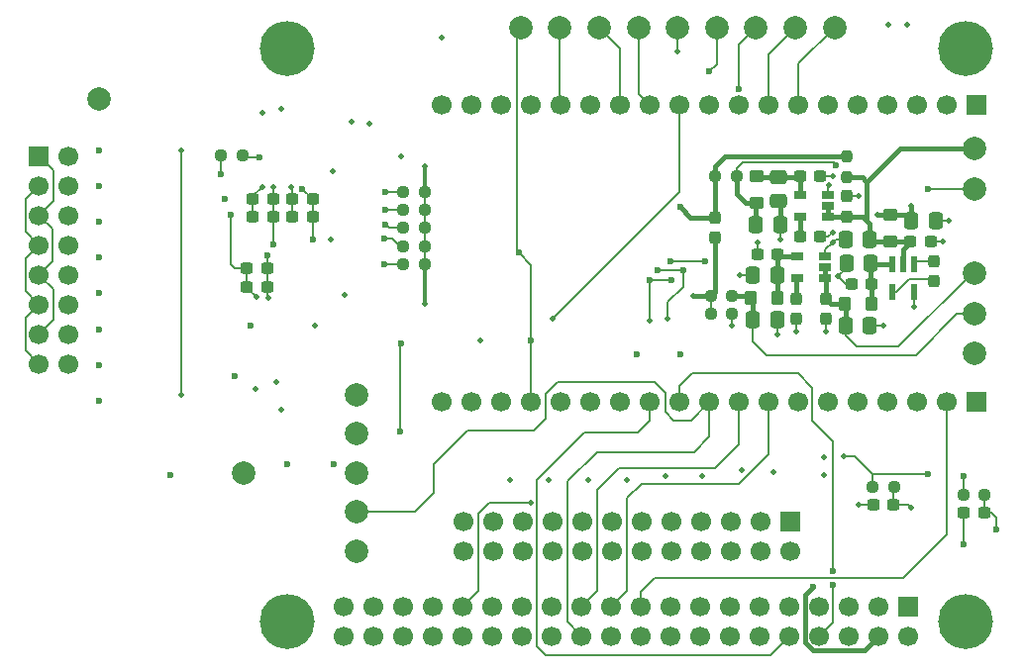
<source format=gbl>
G04 #@! TF.GenerationSoftware,KiCad,Pcbnew,9.0.1-9.0.1-0~ubuntu24.04.1*
G04 #@! TF.CreationDate,2025-04-10T02:26:26-04:00*
G04 #@! TF.ProjectId,EEG SHIELD,45454720-5348-4494-954c-442e6b696361,B*
G04 #@! TF.SameCoordinates,Original*
G04 #@! TF.FileFunction,Copper,L4,Bot*
G04 #@! TF.FilePolarity,Positive*
%FSLAX46Y46*%
G04 Gerber Fmt 4.6, Leading zero omitted, Abs format (unit mm)*
G04 Created by KiCad (PCBNEW 9.0.1-9.0.1-0~ubuntu24.04.1) date 2025-04-10 02:26:26*
%MOMM*%
%LPD*%
G01*
G04 APERTURE LIST*
G04 Aperture macros list*
%AMRoundRect*
0 Rectangle with rounded corners*
0 $1 Rounding radius*
0 $2 $3 $4 $5 $6 $7 $8 $9 X,Y pos of 4 corners*
0 Add a 4 corners polygon primitive as box body*
4,1,4,$2,$3,$4,$5,$6,$7,$8,$9,$2,$3,0*
0 Add four circle primitives for the rounded corners*
1,1,$1+$1,$2,$3*
1,1,$1+$1,$4,$5*
1,1,$1+$1,$6,$7*
1,1,$1+$1,$8,$9*
0 Add four rect primitives between the rounded corners*
20,1,$1+$1,$2,$3,$4,$5,0*
20,1,$1+$1,$4,$5,$6,$7,0*
20,1,$1+$1,$6,$7,$8,$9,0*
20,1,$1+$1,$8,$9,$2,$3,0*%
G04 Aperture macros list end*
G04 #@! TA.AperFunction,ComponentPad*
%ADD10R,1.700000X1.700000*%
G04 #@! TD*
G04 #@! TA.AperFunction,ComponentPad*
%ADD11C,1.700000*%
G04 #@! TD*
G04 #@! TA.AperFunction,ComponentPad*
%ADD12C,2.000000*%
G04 #@! TD*
G04 #@! TA.AperFunction,ComponentPad*
%ADD13C,3.100000*%
G04 #@! TD*
G04 #@! TA.AperFunction,ConnectorPad*
%ADD14C,4.700000*%
G04 #@! TD*
G04 #@! TA.AperFunction,SMDPad,CuDef*
%ADD15RoundRect,0.237500X0.300000X0.237500X-0.300000X0.237500X-0.300000X-0.237500X0.300000X-0.237500X0*%
G04 #@! TD*
G04 #@! TA.AperFunction,SMDPad,CuDef*
%ADD16R,0.558800X1.473200*%
G04 #@! TD*
G04 #@! TA.AperFunction,SMDPad,CuDef*
%ADD17RoundRect,0.250000X-0.337500X-0.475000X0.337500X-0.475000X0.337500X0.475000X-0.337500X0.475000X0*%
G04 #@! TD*
G04 #@! TA.AperFunction,SMDPad,CuDef*
%ADD18RoundRect,0.250000X0.275000X0.350000X-0.275000X0.350000X-0.275000X-0.350000X0.275000X-0.350000X0*%
G04 #@! TD*
G04 #@! TA.AperFunction,SMDPad,CuDef*
%ADD19RoundRect,0.237500X-0.300000X-0.237500X0.300000X-0.237500X0.300000X0.237500X-0.300000X0.237500X0*%
G04 #@! TD*
G04 #@! TA.AperFunction,SMDPad,CuDef*
%ADD20RoundRect,0.237500X0.250000X0.237500X-0.250000X0.237500X-0.250000X-0.237500X0.250000X-0.237500X0*%
G04 #@! TD*
G04 #@! TA.AperFunction,SMDPad,CuDef*
%ADD21RoundRect,0.250000X-0.475000X0.337500X-0.475000X-0.337500X0.475000X-0.337500X0.475000X0.337500X0*%
G04 #@! TD*
G04 #@! TA.AperFunction,SMDPad,CuDef*
%ADD22RoundRect,0.250000X0.337500X0.475000X-0.337500X0.475000X-0.337500X-0.475000X0.337500X-0.475000X0*%
G04 #@! TD*
G04 #@! TA.AperFunction,SMDPad,CuDef*
%ADD23RoundRect,0.237500X-0.237500X0.300000X-0.237500X-0.300000X0.237500X-0.300000X0.237500X0.300000X0*%
G04 #@! TD*
G04 #@! TA.AperFunction,SMDPad,CuDef*
%ADD24R,1.100000X0.650001*%
G04 #@! TD*
G04 #@! TA.AperFunction,SMDPad,CuDef*
%ADD25RoundRect,0.237500X0.237500X-0.300000X0.237500X0.300000X-0.237500X0.300000X-0.237500X-0.300000X0*%
G04 #@! TD*
G04 #@! TA.AperFunction,SMDPad,CuDef*
%ADD26RoundRect,0.237500X-0.250000X-0.237500X0.250000X-0.237500X0.250000X0.237500X-0.250000X0.237500X0*%
G04 #@! TD*
G04 #@! TA.AperFunction,SMDPad,CuDef*
%ADD27RoundRect,0.237500X0.237500X-0.250000X0.237500X0.250000X-0.237500X0.250000X-0.237500X-0.250000X0*%
G04 #@! TD*
G04 #@! TA.AperFunction,SMDPad,CuDef*
%ADD28RoundRect,0.250000X-0.350000X0.275000X-0.350000X-0.275000X0.350000X-0.275000X0.350000X0.275000X0*%
G04 #@! TD*
G04 #@! TA.AperFunction,ViaPad*
%ADD29C,0.600000*%
G04 #@! TD*
G04 #@! TA.AperFunction,ViaPad*
%ADD30C,0.500000*%
G04 #@! TD*
G04 #@! TA.AperFunction,Conductor*
%ADD31C,0.200000*%
G04 #@! TD*
G04 #@! TA.AperFunction,Conductor*
%ADD32C,0.400000*%
G04 #@! TD*
G04 #@! TA.AperFunction,Conductor*
%ADD33C,0.300000*%
G04 #@! TD*
G04 APERTURE END LIST*
D10*
X195350000Y-86350000D03*
D11*
X192810000Y-86350000D03*
X190270000Y-86350000D03*
X187730000Y-86350000D03*
X185190000Y-86350000D03*
X182650000Y-86350000D03*
X180110000Y-86350000D03*
X177570000Y-86350000D03*
X175030000Y-86350000D03*
X172490000Y-86350000D03*
X169950000Y-86350000D03*
X167410000Y-86350000D03*
X164870000Y-86350000D03*
X162330000Y-86350000D03*
X159790000Y-86350000D03*
X157250000Y-86350000D03*
X154710000Y-86350000D03*
X152170000Y-86350000D03*
X149630000Y-86350000D03*
D10*
X195350000Y-111750000D03*
D11*
X192810000Y-111750000D03*
X190270000Y-111750000D03*
X187730000Y-111750000D03*
X185190000Y-111750000D03*
X182650000Y-111750000D03*
X180110000Y-111750000D03*
X177570000Y-111750000D03*
X175030000Y-111750000D03*
X172490000Y-111750000D03*
X169950000Y-111750000D03*
X167410000Y-111750000D03*
X164870000Y-111750000D03*
X162330000Y-111750000D03*
X159790000Y-111750000D03*
X157250000Y-111750000D03*
X154710000Y-111750000D03*
X152170000Y-111750000D03*
X149630000Y-111750000D03*
D12*
X159710000Y-79700000D03*
X195180000Y-107590000D03*
X195180000Y-104220000D03*
D10*
X179440000Y-121970000D03*
D11*
X179440000Y-124510000D03*
X176900000Y-121970000D03*
X176900000Y-124510000D03*
X174360000Y-121970000D03*
X174360000Y-124510000D03*
X171820000Y-121970000D03*
X171820000Y-124510000D03*
X169280000Y-121970000D03*
X169280000Y-124510000D03*
X166740000Y-121970000D03*
X166740000Y-124510000D03*
X164200000Y-121970000D03*
X164200000Y-124510000D03*
X161660000Y-121970000D03*
X161660000Y-124510000D03*
X159120000Y-121970000D03*
X159120000Y-124510000D03*
X156580000Y-121970000D03*
X156580000Y-124510000D03*
X154040000Y-121970000D03*
X154040000Y-124510000D03*
X151500000Y-121970000D03*
X151500000Y-124510000D03*
D12*
X166440000Y-79700000D03*
X142360000Y-114440000D03*
D13*
X136440000Y-130500000D03*
D14*
X136440000Y-130500000D03*
D12*
X142360000Y-117780000D03*
X195180000Y-93490000D03*
D13*
X136440000Y-81500000D03*
D14*
X136440000Y-81500000D03*
D12*
X163090000Y-79700000D03*
X195180000Y-100680000D03*
X142360000Y-124480000D03*
X173150000Y-79700000D03*
X142360000Y-111140000D03*
X179850000Y-79700000D03*
D13*
X194440000Y-130500000D03*
D14*
X194440000Y-130500000D03*
D12*
X132660000Y-117780000D03*
X169800000Y-79700000D03*
X176500000Y-79700000D03*
X195180000Y-90080000D03*
X183210000Y-79700000D03*
X120363678Y-85800000D03*
X142360000Y-121110000D03*
X156370000Y-79700000D03*
D13*
X194440000Y-81500000D03*
D14*
X194440000Y-81500000D03*
D10*
X115199000Y-90689999D03*
D11*
X117739000Y-90689999D03*
X115199000Y-93229999D03*
X117739000Y-93229999D03*
X115199000Y-95769999D03*
X117739000Y-95769999D03*
X115199000Y-98309999D03*
X117739000Y-98309999D03*
X115199000Y-100849999D03*
X117739000Y-100849999D03*
X115199000Y-103389999D03*
X117739000Y-103389999D03*
X115199000Y-105929999D03*
X117739000Y-105929999D03*
X115199000Y-108469999D03*
X117739000Y-108469999D03*
D15*
X181975000Y-97600000D03*
X180250000Y-97600000D03*
D16*
X188122498Y-99922400D03*
X189072499Y-99922400D03*
X190022500Y-99922400D03*
X190022500Y-102310000D03*
X188122498Y-102310000D03*
D17*
X176485000Y-96560000D03*
X178560000Y-96560000D03*
D18*
X186392500Y-103320000D03*
X184092500Y-103320000D03*
D19*
X133492500Y-94380000D03*
X135217500Y-94380000D03*
D20*
X132582500Y-90670000D03*
X130757500Y-90670000D03*
D21*
X178412500Y-92492500D03*
X178412500Y-94567500D03*
D22*
X186220000Y-97820000D03*
X184145000Y-97820000D03*
D10*
X189540000Y-129210000D03*
D11*
X189540000Y-131750000D03*
X187000000Y-129210000D03*
X187000000Y-131750000D03*
X184460000Y-129210000D03*
X184460000Y-131750000D03*
X181920000Y-129210000D03*
X181920000Y-131750000D03*
X179380000Y-129210000D03*
X179380000Y-131750000D03*
X176840000Y-129210000D03*
X176840000Y-131750000D03*
X174300000Y-129210000D03*
X174300000Y-131750000D03*
X171760000Y-129210000D03*
X171760000Y-131750000D03*
X169220000Y-129210000D03*
X169220000Y-131750000D03*
X166680000Y-129210000D03*
X166680000Y-131750000D03*
X164140000Y-129210000D03*
X164140000Y-131750000D03*
X161600000Y-129210000D03*
X161600000Y-131750000D03*
X159060000Y-129210000D03*
X159060000Y-131750000D03*
X156520000Y-129210000D03*
X156520000Y-131750000D03*
X153980000Y-129210000D03*
X153980000Y-131750000D03*
X151440000Y-129210000D03*
X151440000Y-131750000D03*
X148900000Y-129210000D03*
X148900000Y-131750000D03*
X146360000Y-129210000D03*
X146360000Y-131750000D03*
X143820000Y-129210000D03*
X143820000Y-131750000D03*
X141280000Y-129210000D03*
X141280000Y-131750000D03*
D19*
X189712500Y-98040000D03*
X191437500Y-98040000D03*
D23*
X179932500Y-102887502D03*
X179932500Y-104612502D03*
X182472500Y-102887502D03*
X182472500Y-104612502D03*
D20*
X196050000Y-119670000D03*
X194225000Y-119670000D03*
D17*
X184162500Y-105230000D03*
X186237500Y-105230000D03*
D24*
X182402500Y-99270001D03*
X182402500Y-100220002D03*
X182402500Y-101170000D03*
X180002500Y-101170000D03*
X180002500Y-99270001D03*
D25*
X184262500Y-95857003D03*
X184262500Y-94132003D03*
D20*
X174462500Y-102660000D03*
X172637500Y-102660000D03*
D26*
X146355000Y-99940000D03*
X148180000Y-99940000D03*
D27*
X184270000Y-92542500D03*
X184270000Y-90717500D03*
D15*
X178345000Y-99130000D03*
X176620000Y-99130000D03*
D19*
X132987500Y-100330000D03*
X134712500Y-100330000D03*
D24*
X182662500Y-94030001D03*
X182662500Y-94980002D03*
X182662500Y-95930000D03*
X180262500Y-95930000D03*
X180262500Y-94030001D03*
D15*
X196000000Y-121200000D03*
X194275000Y-121200000D03*
D28*
X176512500Y-92430000D03*
X176512500Y-94730000D03*
X188002500Y-95690000D03*
X188002500Y-97990000D03*
D18*
X178352500Y-102810000D03*
X176052500Y-102810000D03*
D26*
X146360000Y-98400000D03*
X148185000Y-98400000D03*
D25*
X191742500Y-101412500D03*
X191742500Y-99687500D03*
D19*
X136860000Y-95930000D03*
X138585000Y-95930000D03*
X133492500Y-95920000D03*
X135217500Y-95920000D03*
X180250000Y-92380000D03*
X181975000Y-92380000D03*
D22*
X178292500Y-100910000D03*
X176217500Y-100910000D03*
D20*
X188277500Y-119020000D03*
X186452500Y-119020000D03*
X174820000Y-92380000D03*
X172995000Y-92380000D03*
D23*
X173000000Y-95967500D03*
X173000000Y-97692500D03*
D19*
X132975000Y-101880000D03*
X134700000Y-101880000D03*
D26*
X146357500Y-93800000D03*
X148182500Y-93800000D03*
D15*
X186382500Y-101660000D03*
X184657500Y-101660000D03*
X188230000Y-120550000D03*
X186505000Y-120550000D03*
D26*
X146360000Y-96860000D03*
X148185000Y-96860000D03*
X146357500Y-95330000D03*
X148182500Y-95330000D03*
D20*
X174462500Y-104190000D03*
X172637500Y-104190000D03*
D17*
X176215000Y-104710000D03*
X178290000Y-104710000D03*
D19*
X136860000Y-94380000D03*
X138585000Y-94380000D03*
D17*
X189772500Y-96260000D03*
X191847500Y-96260000D03*
D22*
X186327500Y-99880000D03*
X184252500Y-99880000D03*
D29*
X140400000Y-117100000D03*
X136400000Y-117100000D03*
X120320000Y-102450000D03*
D30*
X135870000Y-86680000D03*
X134330000Y-86990000D03*
D29*
X120320000Y-93280000D03*
X120320000Y-108590000D03*
X120320000Y-96330000D03*
X120320000Y-111650000D03*
X120320000Y-99390000D03*
X126400000Y-118000000D03*
X120320000Y-90230000D03*
X120320000Y-105520000D03*
X138590000Y-97850000D03*
D30*
X135910000Y-112420000D03*
X135480000Y-110040000D03*
X135240000Y-93370000D03*
D29*
X137660201Y-93494602D03*
X135230000Y-98300000D03*
X133290000Y-105240000D03*
D30*
X133690000Y-110630000D03*
X134810000Y-102850000D03*
D29*
X131920000Y-109530000D03*
X134710000Y-99200000D03*
X134040000Y-90840000D03*
D30*
X171120000Y-102660000D03*
X189770000Y-94990000D03*
X186850000Y-95700000D03*
X189390000Y-79450000D03*
D29*
X183350000Y-91490000D03*
X191170000Y-93490000D03*
X131110000Y-94350000D03*
X170000000Y-95080000D03*
D30*
X136790000Y-93360000D03*
X133800000Y-102790000D03*
X134260000Y-93330000D03*
D29*
X131570000Y-95710000D03*
D30*
X162150000Y-118400000D03*
X140110000Y-97830000D03*
X182770000Y-93170000D03*
X141900000Y-87800000D03*
X148180000Y-91540000D03*
X158780000Y-118440000D03*
X183030000Y-97250000D03*
X192970000Y-96260000D03*
X182320000Y-117990000D03*
X183530000Y-100990000D03*
X185230000Y-120550000D03*
X165450000Y-118400000D03*
X187360000Y-105230000D03*
X175100000Y-100910000D03*
X148180000Y-103350000D03*
X155470000Y-118390000D03*
X176620000Y-98120000D03*
X192500000Y-98040000D03*
X174460000Y-105170000D03*
X141320000Y-102580000D03*
X149620000Y-80540000D03*
X187810000Y-79460000D03*
D29*
X194280000Y-123960000D03*
D30*
X140270000Y-92020000D03*
X171860000Y-118110000D03*
X177970000Y-117730000D03*
X178290000Y-105970000D03*
X143470000Y-87930000D03*
X190020000Y-103630000D03*
X138799000Y-105200707D03*
X175310000Y-117590000D03*
X183040000Y-92380000D03*
X179930000Y-105680000D03*
X169800000Y-81780000D03*
X178560000Y-97820000D03*
X183030000Y-98080000D03*
X182470000Y-105680000D03*
X185280000Y-94130000D03*
X168740000Y-118090000D03*
D29*
X197010000Y-122630000D03*
D30*
X189760000Y-120810000D03*
X146180000Y-90740000D03*
X152938750Y-106440000D03*
D29*
X170010000Y-107620000D03*
X166340000Y-107620000D03*
X191170000Y-117902500D03*
D30*
X183960000Y-116410000D03*
X182330000Y-116430000D03*
D29*
X194230000Y-118080000D03*
X130760000Y-92270000D03*
D30*
X159120000Y-104630000D03*
D29*
X146060000Y-114280000D03*
X146135000Y-106705000D03*
X183080000Y-127420000D03*
X183080000Y-126170000D03*
X181390000Y-127520000D03*
D30*
X157230000Y-120360000D03*
X127380000Y-111130000D03*
X127380000Y-90240000D03*
D29*
X170280735Y-100489265D03*
X168040000Y-100490000D03*
D30*
X168950000Y-104650000D03*
D29*
X172500000Y-83470000D03*
X175040000Y-84980000D03*
X169304265Y-101274265D03*
D30*
X167420000Y-104790000D03*
D29*
X167420000Y-101280000D03*
X144789999Y-93800000D03*
X144790000Y-95330000D03*
X144780000Y-96540000D03*
X144750000Y-97750000D03*
X144720000Y-99950000D03*
X156190000Y-98950000D03*
X157238750Y-106440000D03*
X172120000Y-99679265D03*
X169160000Y-99680000D03*
D31*
X134700000Y-101880000D02*
X134700000Y-102740000D01*
X138585000Y-94229602D02*
X138585000Y-94380000D01*
X134040000Y-90840000D02*
X132752500Y-90840000D01*
D32*
X173000000Y-102297500D02*
X173000000Y-97692500D01*
X172637500Y-102660000D02*
X173000000Y-102297500D01*
D31*
X134712500Y-100330000D02*
X134712500Y-99202500D01*
X134700000Y-102740000D02*
X134810000Y-102850000D01*
X135217500Y-95920000D02*
X135217500Y-98287500D01*
X134700000Y-101880000D02*
X134700000Y-100342500D01*
X137710000Y-93505000D02*
X138585000Y-94380000D01*
X132752500Y-90840000D02*
X132582500Y-90670000D01*
X135217500Y-98287500D02*
X135230000Y-98300000D01*
X134712500Y-99202500D02*
X134710000Y-99200000D01*
X135217500Y-95920000D02*
X135217500Y-94380000D01*
X135217500Y-94380000D02*
X135217500Y-93392500D01*
X138585000Y-95930000D02*
X138585000Y-94380000D01*
X137710000Y-93494602D02*
X137710000Y-93505000D01*
X172637500Y-104190000D02*
X172637500Y-102660000D01*
X138585000Y-95930000D02*
X138585000Y-97845000D01*
X138585000Y-97845000D02*
X138590000Y-97850000D01*
X138596020Y-94218582D02*
X138585000Y-94229602D01*
X135217500Y-93392500D02*
X135240000Y-93370000D01*
D32*
X172637500Y-102660000D02*
X171120000Y-102660000D01*
D31*
X134700000Y-100342500D02*
X134712500Y-100330000D01*
D32*
X186220000Y-97820000D02*
X186220000Y-96450000D01*
X185970000Y-92940000D02*
X188820000Y-90090000D01*
X182735497Y-95857003D02*
X182662500Y-95930000D01*
X182662500Y-95930000D02*
X182662500Y-94980002D01*
X189712500Y-98040000D02*
X188052500Y-98040000D01*
X191440000Y-90090000D02*
X191450000Y-90080000D01*
X189072499Y-98680001D02*
X189712500Y-98040000D01*
X186390000Y-97990000D02*
X186220000Y-97820000D01*
X188820000Y-90090000D02*
X191440000Y-90090000D01*
X186220000Y-96450000D02*
X185970000Y-96200000D01*
X188052500Y-98040000D02*
X188002500Y-97990000D01*
X188002500Y-97990000D02*
X186390000Y-97990000D01*
X189072499Y-99922400D02*
X189072499Y-98680001D01*
X185572500Y-92542500D02*
X184270000Y-92542500D01*
X185970000Y-96200000D02*
X185970000Y-92940000D01*
X185970000Y-96200000D02*
X185627003Y-95857003D01*
X185627003Y-95857003D02*
X184262500Y-95857003D01*
X184262500Y-95857003D02*
X182735497Y-95857003D01*
X185970000Y-92940000D02*
X185572500Y-92542500D01*
X191450000Y-90080000D02*
X195180000Y-90080000D01*
X189202500Y-95690000D02*
X189772500Y-96260000D01*
X186860000Y-95690000D02*
X186850000Y-95700000D01*
X188002500Y-95690000D02*
X186860000Y-95690000D01*
D31*
X189772500Y-94992500D02*
X189770000Y-94990000D01*
D32*
X189772500Y-96260000D02*
X189772500Y-94992500D01*
X188002500Y-95690000D02*
X189202500Y-95690000D01*
X186382500Y-101660000D02*
X186382500Y-103310000D01*
X186369900Y-99922400D02*
X186327500Y-99880000D01*
X186327500Y-99880000D02*
X186327500Y-101605000D01*
X186327500Y-101605000D02*
X186382500Y-101660000D01*
X188122498Y-99922400D02*
X186369900Y-99922400D01*
X186382500Y-103310000D02*
X186392500Y-103320000D01*
X184162500Y-105230000D02*
X184162500Y-103390000D01*
D31*
X185070000Y-107000000D02*
X185070000Y-106980000D01*
D32*
X184162500Y-103390000D02*
X184092500Y-103320000D01*
D31*
X188690000Y-107000000D02*
X185070000Y-107000000D01*
D32*
X184092500Y-103320000D02*
X182904998Y-103320000D01*
X182472500Y-102887502D02*
X182472500Y-101240000D01*
X182904998Y-103320000D02*
X182472500Y-102887502D01*
D31*
X195010000Y-100680000D02*
X188690000Y-107000000D01*
D32*
X182402500Y-101170000D02*
X182402500Y-100220002D01*
D31*
X185070000Y-106980000D02*
X184162500Y-106072500D01*
X195180000Y-100680000D02*
X195010000Y-100680000D01*
D32*
X182472500Y-101240000D02*
X182402500Y-101170000D01*
D31*
X184162500Y-106072500D02*
X184162500Y-105230000D01*
X191742500Y-101412500D02*
X191520000Y-101190000D01*
X188450000Y-102310000D02*
X188122498Y-102310000D01*
X191520000Y-101190000D02*
X189570000Y-101190000D01*
X189570000Y-101190000D02*
X188450000Y-102310000D01*
X191742500Y-99687500D02*
X190257400Y-99687500D01*
X190257400Y-99687500D02*
X190022500Y-99922400D01*
D32*
X180250000Y-97600000D02*
X180250000Y-95942500D01*
X180250000Y-95942500D02*
X180262500Y-95930000D01*
X178412500Y-92492500D02*
X176575000Y-92492500D01*
X180250000Y-92380000D02*
X180250000Y-94017501D01*
X180137500Y-92492500D02*
X180250000Y-92380000D01*
X176575000Y-92492500D02*
X176512500Y-92430000D01*
X180250000Y-94017501D02*
X180262500Y-94030001D01*
X178412500Y-92492500D02*
X180137500Y-92492500D01*
D31*
X183000000Y-91270000D02*
X183130000Y-91270000D01*
D32*
X174820000Y-93930000D02*
X175620000Y-94730000D01*
X175620000Y-94730000D02*
X176512500Y-94730000D01*
X176485000Y-94757500D02*
X176512500Y-94730000D01*
X176485000Y-96560000D02*
X176485000Y-94757500D01*
D31*
X183130000Y-91270000D02*
X183350000Y-91490000D01*
X174820000Y-92380000D02*
X174820000Y-91770000D01*
X191170000Y-93490000D02*
X195180000Y-93490000D01*
D32*
X174820000Y-92380000D02*
X174820000Y-93930000D01*
D31*
X175290000Y-91300000D02*
X175320000Y-91270000D01*
X175320000Y-91270000D02*
X183000000Y-91270000D01*
X174820000Y-91770000D02*
X175290000Y-91300000D01*
X133492500Y-94097500D02*
X134260000Y-93330000D01*
D32*
X172995000Y-91565000D02*
X173842500Y-90717500D01*
X173000000Y-95967500D02*
X170887500Y-95967500D01*
D31*
X131920000Y-100330000D02*
X131570000Y-99980000D01*
X132975000Y-101965000D02*
X133800000Y-102790000D01*
D32*
X172995000Y-92380000D02*
X172995000Y-91565000D01*
D31*
X136860000Y-95930000D02*
X136860000Y-94380000D01*
X132987500Y-100330000D02*
X132987500Y-101867500D01*
D32*
X170887500Y-95967500D02*
X170000000Y-95080000D01*
X172995000Y-95962500D02*
X173000000Y-95967500D01*
D31*
X132987500Y-101867500D02*
X132975000Y-101880000D01*
X132987500Y-100330000D02*
X131920000Y-100330000D01*
X131570000Y-99980000D02*
X131570000Y-95710000D01*
X133492500Y-95920000D02*
X133492500Y-94380000D01*
X132975000Y-101880000D02*
X132975000Y-101965000D01*
D32*
X172995000Y-92380000D02*
X172995000Y-95962500D01*
D31*
X133492500Y-94380000D02*
X133492500Y-94097500D01*
X136860000Y-94380000D02*
X136860000Y-93430000D01*
X136860000Y-93430000D02*
X136790000Y-93360000D01*
D32*
X173842500Y-90717500D02*
X184270000Y-90717500D01*
X179932500Y-102887502D02*
X179932500Y-101240000D01*
X179932500Y-101240000D02*
X180002500Y-101170000D01*
X178345000Y-100857500D02*
X178292500Y-100910000D01*
X178292500Y-100910000D02*
X178292500Y-102750000D01*
X178485001Y-99270001D02*
X178345000Y-99130000D01*
X178292500Y-102750000D02*
X178352500Y-102810000D01*
X180002500Y-99270001D02*
X178485001Y-99270001D01*
X178345000Y-99130000D02*
X178345000Y-100857500D01*
X174462500Y-102660000D02*
X175902500Y-102660000D01*
D31*
X193630000Y-104220000D02*
X190140000Y-107710000D01*
X177390000Y-107710000D02*
X176215000Y-106535000D01*
D32*
X175902500Y-102660000D02*
X176052500Y-102810000D01*
D31*
X190140000Y-107710000D02*
X177390000Y-107710000D01*
X195180000Y-104220000D02*
X193630000Y-104220000D01*
D32*
X176215000Y-102972500D02*
X176052500Y-102810000D01*
X176215000Y-104710000D02*
X176215000Y-102972500D01*
D31*
X176215000Y-106535000D02*
X176215000Y-104710000D01*
X174462500Y-105167500D02*
X174460000Y-105170000D01*
X184200000Y-101660000D02*
X183530000Y-100990000D01*
X183290000Y-97820000D02*
X183030000Y-98080000D01*
D32*
X178560000Y-96560000D02*
X178560000Y-94715000D01*
D31*
X184145000Y-97820000D02*
X183290000Y-97820000D01*
X148180000Y-98405000D02*
X148185000Y-98400000D01*
X191437500Y-98040000D02*
X192500000Y-98040000D01*
X182472500Y-104612502D02*
X182472500Y-105677500D01*
X191847500Y-96260000D02*
X192970000Y-96260000D01*
X182402500Y-99270001D02*
X182402500Y-98707500D01*
X186505000Y-120550000D02*
X185230000Y-120550000D01*
X178290000Y-104710000D02*
X178290000Y-105970000D01*
D33*
X148182500Y-93800000D02*
X148182500Y-91542500D01*
D31*
X194275000Y-121200000D02*
X194275000Y-123955000D01*
X190022500Y-103627500D02*
X190020000Y-103630000D01*
D32*
X178560000Y-94715000D02*
X178412500Y-94567500D01*
D31*
X148182500Y-91542500D02*
X148180000Y-91540000D01*
X179932500Y-104612502D02*
X179932500Y-105677500D01*
X182402500Y-98707500D02*
X183030000Y-98080000D01*
X148182500Y-95330000D02*
X148182500Y-93800000D01*
X179932500Y-105677500D02*
X179930000Y-105680000D01*
X185277997Y-94132003D02*
X185280000Y-94130000D01*
X184657500Y-101660000D02*
X184200000Y-101660000D01*
X176217500Y-100910000D02*
X175100000Y-100910000D01*
X182472500Y-105677500D02*
X182470000Y-105680000D01*
X148185000Y-96860000D02*
X148185000Y-95332500D01*
X174462500Y-104190000D02*
X174462500Y-105167500D01*
X148185000Y-95332500D02*
X148182500Y-95330000D01*
X169800000Y-79700000D02*
X169800000Y-81780000D01*
X176620000Y-99130000D02*
X176620000Y-98120000D01*
X181975000Y-92380000D02*
X183040000Y-92380000D01*
X184262500Y-94132003D02*
X185277997Y-94132003D01*
X182770000Y-93170000D02*
X182662500Y-93277500D01*
X148180000Y-99940000D02*
X148180000Y-98405000D01*
X184252500Y-99880000D02*
X184252500Y-100267500D01*
X184252500Y-100267500D02*
X183530000Y-100990000D01*
X178560000Y-96560000D02*
X178560000Y-97820000D01*
X186237500Y-105230000D02*
X187360000Y-105230000D01*
X148185000Y-98400000D02*
X148185000Y-96860000D01*
X190022500Y-102310000D02*
X190022500Y-103627500D01*
X194275000Y-123955000D02*
X194280000Y-123960000D01*
D33*
X148180000Y-99940000D02*
X148180000Y-103350000D01*
D31*
X181975000Y-97600000D02*
X182680000Y-97600000D01*
X182662500Y-93277500D02*
X182662500Y-94030001D01*
X182680000Y-97600000D02*
X183030000Y-97250000D01*
X197010000Y-122630000D02*
X197020000Y-122620000D01*
X197020000Y-122620000D02*
X197020000Y-121610000D01*
X196610000Y-121200000D02*
X196000000Y-121200000D01*
X196000000Y-119720000D02*
X196050000Y-119670000D01*
X197020000Y-121610000D02*
X196610000Y-121200000D01*
X196000000Y-121200000D02*
X196000000Y-119720000D01*
X188230000Y-120550000D02*
X189500000Y-120550000D01*
X188230000Y-120550000D02*
X188230000Y-119067500D01*
X189500000Y-120550000D02*
X189760000Y-120810000D01*
X188230000Y-119067500D02*
X188277500Y-119020000D01*
X186452500Y-117902500D02*
X184960000Y-116410000D01*
X191170000Y-117902500D02*
X186452500Y-117902500D01*
X186452500Y-119020000D02*
X186452500Y-117902500D01*
X194230000Y-118080000D02*
X194230000Y-119665000D01*
X194230000Y-119665000D02*
X194225000Y-119670000D01*
X184960000Y-116410000D02*
X183960000Y-116410000D01*
X130757500Y-92267500D02*
X130760000Y-92270000D01*
X130757500Y-90670000D02*
X130757500Y-92267500D01*
X146060000Y-106780000D02*
X146060000Y-114280000D01*
X146135000Y-106705000D02*
X146060000Y-106780000D01*
X169950000Y-93800000D02*
X169950000Y-86350000D01*
X159120000Y-104630000D02*
X169950000Y-93800000D01*
X116440000Y-91930999D02*
X116440000Y-94528999D01*
X115199000Y-90689999D02*
X116440000Y-91930999D01*
X115199000Y-100849999D02*
X116410000Y-102060999D01*
X116440000Y-94528999D02*
X115199000Y-95769999D01*
X115199000Y-95769999D02*
X116370000Y-96940999D01*
X116410000Y-104718999D02*
X115199000Y-105929999D01*
X116370000Y-96940999D02*
X116370000Y-99678999D01*
X116370000Y-99678999D02*
X115199000Y-100849999D01*
X116410000Y-102060999D02*
X116410000Y-104718999D01*
X181920000Y-131750000D02*
X183080000Y-130590000D01*
X183080000Y-115100000D02*
X181330000Y-113350000D01*
X171020000Y-109300000D02*
X169950000Y-110370000D01*
X181330000Y-113350000D02*
X181330000Y-110510000D01*
X181330000Y-110510000D02*
X180120000Y-109300000D01*
X183080000Y-130590000D02*
X183080000Y-127420000D01*
X180120000Y-109300000D02*
X171020000Y-109300000D01*
X183080000Y-126170000D02*
X183080000Y-115100000D01*
X169950000Y-110370000D02*
X169950000Y-111750000D01*
X169460000Y-113310000D02*
X170930000Y-113310000D01*
X168720000Y-110970000D02*
X168720000Y-112570000D01*
X151820000Y-114200000D02*
X157490000Y-114200000D01*
X167800000Y-110050000D02*
X168720000Y-110970000D01*
X148960000Y-119500000D02*
X148960000Y-117060000D01*
X142360000Y-121110000D02*
X147350000Y-121110000D01*
X147350000Y-121110000D02*
X148960000Y-119500000D01*
X158510000Y-113180000D02*
X158510000Y-111090000D01*
X159550000Y-110050000D02*
X167800000Y-110050000D01*
X160380000Y-118540000D02*
X162910000Y-116010000D01*
X170930000Y-113310000D02*
X172490000Y-111750000D01*
X171180000Y-116010000D02*
X172490000Y-114700000D01*
X157490000Y-114200000D02*
X158510000Y-113180000D01*
X161600000Y-131750000D02*
X160380000Y-130530000D01*
X168720000Y-112570000D02*
X169460000Y-113310000D01*
X148960000Y-117060000D02*
X151820000Y-114200000D01*
X162910000Y-116010000D02*
X171180000Y-116010000D01*
X172490000Y-114700000D02*
X172490000Y-111750000D01*
X158510000Y-111090000D02*
X159550000Y-110050000D01*
X160380000Y-130530000D02*
X160380000Y-118540000D01*
D32*
X181401818Y-133001000D02*
X180669000Y-132268182D01*
X187000000Y-131750000D02*
X185749000Y-133001000D01*
X185749000Y-133001000D02*
X181401818Y-133001000D01*
X180669000Y-128241000D02*
X181390000Y-127520000D01*
X180669000Y-132268182D02*
X180669000Y-128241000D01*
D31*
X189090000Y-126770000D02*
X192810000Y-123050000D01*
X166680000Y-127950000D02*
X167860000Y-126770000D01*
X166680000Y-129210000D02*
X166680000Y-127950000D01*
X192810000Y-123050000D02*
X192810000Y-111750000D01*
X167860000Y-126770000D02*
X189090000Y-126770000D01*
X158520000Y-133370000D02*
X157790000Y-132640000D01*
X161810000Y-114390000D02*
X166360000Y-114390000D01*
X166360000Y-114390000D02*
X167410000Y-113340000D01*
X167410000Y-113340000D02*
X167410000Y-111750000D01*
X177760000Y-133370000D02*
X158520000Y-133370000D01*
X157790000Y-132640000D02*
X157790000Y-118410000D01*
X179380000Y-131750000D02*
X177760000Y-133370000D01*
X157790000Y-118410000D02*
X161810000Y-114390000D01*
X162910000Y-119260000D02*
X164760000Y-117410000D01*
X172960000Y-117410000D02*
X175030000Y-115340000D01*
X161600000Y-129210000D02*
X162910000Y-127900000D01*
X162910000Y-127900000D02*
X162910000Y-119260000D01*
X175030000Y-115340000D02*
X175030000Y-111750000D01*
X164760000Y-117410000D02*
X172960000Y-117410000D01*
X152760000Y-121290000D02*
X152760000Y-127890000D01*
X157200000Y-120330000D02*
X153720000Y-120330000D01*
X153720000Y-120330000D02*
X152760000Y-121290000D01*
X157230000Y-120360000D02*
X157200000Y-120330000D01*
X152760000Y-127890000D02*
X151440000Y-129210000D01*
X164140000Y-129210000D02*
X165480000Y-127870000D01*
X177570000Y-116190000D02*
X177570000Y-111750000D01*
X175030000Y-118730000D02*
X177570000Y-116190000D01*
X165480000Y-119980000D02*
X166730000Y-118730000D01*
X165480000Y-127870000D02*
X165480000Y-119980000D01*
X166730000Y-118730000D02*
X175030000Y-118730000D01*
X127380000Y-90240000D02*
X127380000Y-111130000D01*
X114048000Y-102238999D02*
X114048000Y-99460999D01*
X114048000Y-97158999D02*
X114048000Y-94380999D01*
X115199000Y-98309999D02*
X114048000Y-97158999D01*
X114048000Y-94380999D02*
X115199000Y-93229999D01*
X115199000Y-103389999D02*
X114048000Y-102238999D01*
X114048000Y-104540999D02*
X115199000Y-103389999D01*
X114048000Y-107318999D02*
X114048000Y-104540999D01*
X115199000Y-108469999D02*
X114048000Y-107318999D01*
X114048000Y-99460999D02*
X115199000Y-98309999D01*
X172500000Y-83470000D02*
X173150000Y-82820000D01*
X168950000Y-104650000D02*
X168950000Y-103210000D01*
X170088530Y-100490000D02*
X168040000Y-100490000D01*
X168950000Y-103210000D02*
X170280735Y-101879265D01*
X173150000Y-82820000D02*
X173150000Y-79700000D01*
X170089265Y-100489265D02*
X170088530Y-100490000D01*
X170280735Y-101879265D02*
X170280735Y-100489265D01*
X170280735Y-100489265D02*
X170089265Y-100489265D01*
X169298530Y-101280000D02*
X169304265Y-101274265D01*
X167420000Y-101280000D02*
X167420000Y-104790000D01*
X167420000Y-101280000D02*
X169298530Y-101280000D01*
X175040000Y-84980000D02*
X175040000Y-81160000D01*
X175040000Y-81160000D02*
X176500000Y-79700000D01*
X144789999Y-93800000D02*
X146357500Y-93800000D01*
X144790000Y-95330000D02*
X146357500Y-95330000D01*
X144780000Y-96540000D02*
X145100000Y-96860000D01*
X145100000Y-96860000D02*
X146360000Y-96860000D01*
X146030000Y-98400000D02*
X146360000Y-98400000D01*
X144750000Y-97750000D02*
X145380000Y-97750000D01*
X145380000Y-97750000D02*
X146030000Y-98400000D01*
X146345000Y-99950000D02*
X146355000Y-99940000D01*
X144720000Y-99950000D02*
X146345000Y-99950000D01*
X156060000Y-98820000D02*
X156190000Y-98950000D01*
X156190000Y-98950000D02*
X157250000Y-100010000D01*
X157250000Y-100010000D02*
X157250000Y-111750000D01*
X156370000Y-79700000D02*
X156060000Y-80010000D01*
X156060000Y-80010000D02*
X156060000Y-98820000D01*
X170899265Y-99679265D02*
X170898530Y-99680000D01*
X170898530Y-99680000D02*
X169160000Y-99680000D01*
X177570000Y-81980000D02*
X179850000Y-79700000D01*
X177570000Y-86350000D02*
X177570000Y-81980000D01*
X172120000Y-99679265D02*
X170899265Y-99679265D01*
X180110000Y-82800000D02*
X180110000Y-83490000D01*
X183210000Y-79700000D02*
X180110000Y-82800000D01*
X180110000Y-86350000D02*
X180110000Y-83490000D01*
X163090000Y-79700000D02*
X164870000Y-81480000D01*
X164870000Y-81480000D02*
X164870000Y-86350000D01*
X167410000Y-86350000D02*
X166440000Y-85380000D01*
X166440000Y-85380000D02*
X166440000Y-79700000D01*
X159710000Y-79700000D02*
X159710000Y-86270000D01*
X159710000Y-86270000D02*
X159790000Y-86350000D01*
M02*

</source>
